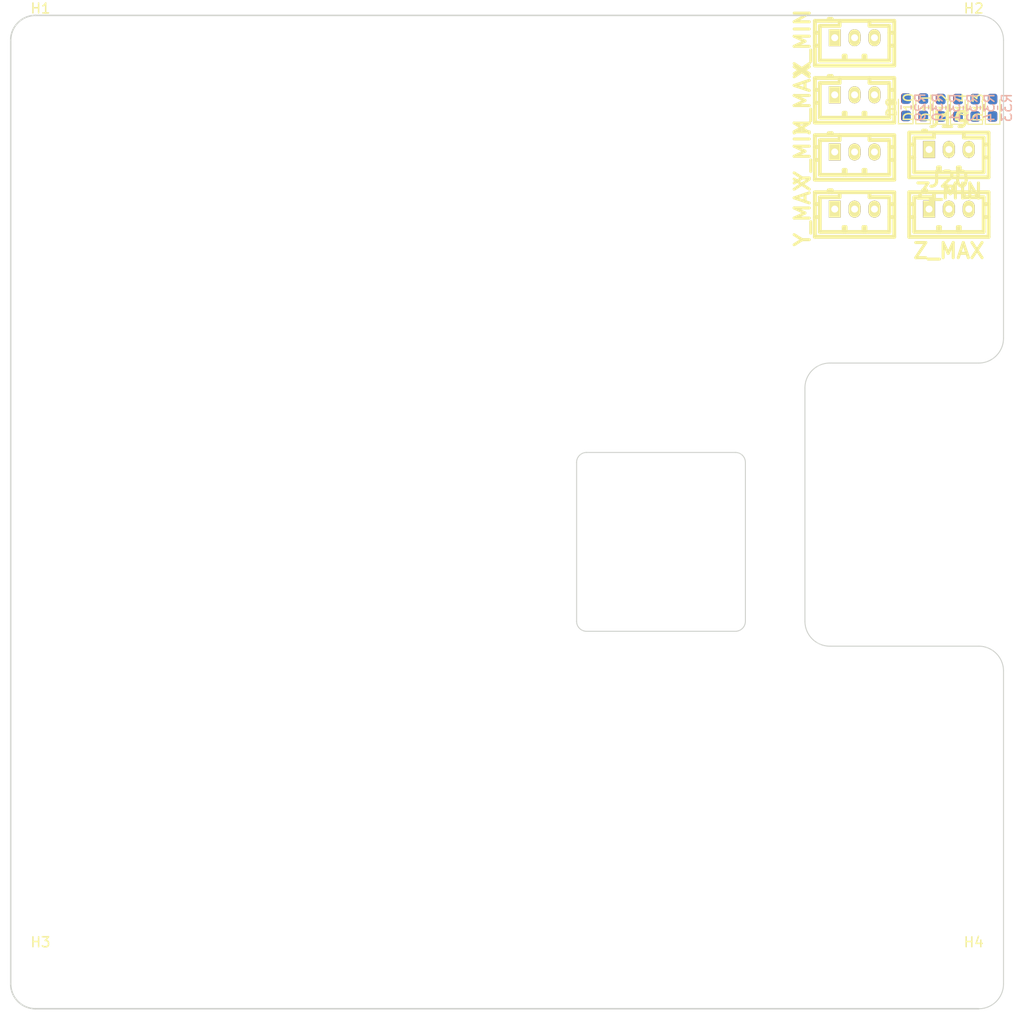
<source format=kicad_pcb>
(kicad_pcb (version 20171130) (host pcbnew 5.0.2-bee76a0~70~ubuntu18.04.1)

  (general
    (thickness 1.6)
    (drawings 24)
    (tracks 0)
    (zones 0)
    (modules 22)
    (nets 15)
  )

  (page A4)
  (layers
    (0 F.Cu signal)
    (31 B.Cu signal)
    (32 B.Adhes user)
    (33 F.Adhes user)
    (34 B.Paste user)
    (35 F.Paste user)
    (36 B.SilkS user)
    (37 F.SilkS user)
    (38 B.Mask user)
    (39 F.Mask user)
    (40 Dwgs.User user)
    (41 Cmts.User user)
    (42 Eco1.User user)
    (43 Eco2.User user)
    (44 Edge.Cuts user)
    (45 Margin user)
    (46 B.CrtYd user)
    (47 F.CrtYd user)
    (48 B.Fab user)
    (49 F.Fab user)
  )

  (setup
    (last_trace_width 0.25)
    (trace_clearance 0.2)
    (zone_clearance 0.508)
    (zone_45_only no)
    (trace_min 0.2)
    (segment_width 0.2)
    (edge_width 0.1)
    (via_size 0.8)
    (via_drill 0.4)
    (via_min_size 0.4)
    (via_min_drill 0.3)
    (uvia_size 0.3)
    (uvia_drill 0.1)
    (uvias_allowed no)
    (uvia_min_size 0.2)
    (uvia_min_drill 0.1)
    (pcb_text_width 0.3)
    (pcb_text_size 1.5 1.5)
    (mod_edge_width 0.15)
    (mod_text_size 1 1)
    (mod_text_width 0.15)
    (pad_size 1.5 1.5)
    (pad_drill 0.6)
    (pad_to_mask_clearance 0)
    (solder_mask_min_width 0.25)
    (aux_axis_origin 0 0)
    (visible_elements FFFFFF7F)
    (pcbplotparams
      (layerselection 0x010fc_ffffffff)
      (usegerberextensions false)
      (usegerberattributes false)
      (usegerberadvancedattributes false)
      (creategerberjobfile false)
      (excludeedgelayer true)
      (linewidth 0.100000)
      (plotframeref false)
      (viasonmask false)
      (mode 1)
      (useauxorigin false)
      (hpglpennumber 1)
      (hpglpenspeed 20)
      (hpglpendiameter 15.000000)
      (psnegative false)
      (psa4output false)
      (plotreference true)
      (plotvalue true)
      (plotinvisibletext false)
      (padsonsilk false)
      (subtractmaskfromsilk false)
      (outputformat 1)
      (mirror false)
      (drillshape 1)
      (scaleselection 1)
      (outputdirectory ""))
  )

  (net 0 "")
  (net 1 GND)
  (net 2 "Net-(D14-Pad2)")
  (net 3 "Net-(D13-Pad2)")
  (net 4 "Net-(D9-Pad2)")
  (net 5 "Net-(D12-Pad2)")
  (net 6 "Net-(D11-Pad2)")
  (net 7 "Net-(D10-Pad2)")
  (net 8 /X_MAX)
  (net 9 +3V3_STM32)
  (net 10 /Y_MIN)
  (net 11 /Y_MAX)
  (net 12 /Z_MIN)
  (net 13 /Z_MAX)
  (net 14 /X_MIN)

  (net_class Default "This is the default net class."
    (clearance 0.2)
    (trace_width 0.25)
    (via_dia 0.8)
    (via_drill 0.4)
    (uvia_dia 0.3)
    (uvia_drill 0.1)
    (add_net +3V3_STM32)
    (add_net /X_MAX)
    (add_net /X_MIN)
    (add_net /Y_MAX)
    (add_net /Y_MIN)
    (add_net /Z_MAX)
    (add_net /Z_MIN)
    (add_net GND)
    (add_net "Net-(D10-Pad2)")
    (add_net "Net-(D11-Pad2)")
    (add_net "Net-(D12-Pad2)")
    (add_net "Net-(D13-Pad2)")
    (add_net "Net-(D14-Pad2)")
    (add_net "Net-(D9-Pad2)")
  )

  (module MountingHole:MountingHole_2.7mm_M2.5 locked (layer F.Cu) (tedit 5CC9656A) (tstamp 5CC97AE5)
    (at 3 97)
    (descr "Mounting Hole 2.7mm, no annular, M2.5")
    (tags "mounting hole 2.7mm no annular m2.5")
    (path /5CC19E46)
    (attr virtual)
    (fp_text reference H3 (at 0 -3.7) (layer F.SilkS)
      (effects (font (size 1 1) (thickness 0.15)))
    )
    (fp_text value MOUNT_M3 (at 0 3.7) (layer F.Fab)
      (effects (font (size 1 1) (thickness 0.15)))
    )
    (fp_text user %R (at 0.3 0) (layer F.Fab)
      (effects (font (size 1 1) (thickness 0.15)))
    )
    (fp_circle (center 0 0) (end 2.7 0) (layer Cmts.User) (width 0.15))
    (fp_circle (center 0 0) (end 2.95 0) (layer F.CrtYd) (width 0.05))
    (pad 1 np_thru_hole circle (at 0 0) (size 2.7 2.7) (drill 2.7) (layers *.Cu *.Mask))
  )

  (module MountingHole:MountingHole_2.7mm_M2.5 locked (layer F.Cu) (tedit 5CC96570) (tstamp 5CCDA043)
    (at 97 97)
    (descr "Mounting Hole 2.7mm, no annular, M2.5")
    (tags "mounting hole 2.7mm no annular m2.5")
    (path /5CC19EB8)
    (attr virtual)
    (fp_text reference H4 (at 0 -3.7) (layer F.SilkS)
      (effects (font (size 1 1) (thickness 0.15)))
    )
    (fp_text value MOUNT_M3 (at 0 3.7) (layer F.Fab)
      (effects (font (size 1 1) (thickness 0.15)))
    )
    (fp_text user %R (at 0.3 0) (layer F.Fab)
      (effects (font (size 1 1) (thickness 0.15)))
    )
    (fp_circle (center 0 0) (end 2.7 0) (layer Cmts.User) (width 0.15))
    (fp_circle (center 0 0) (end 2.95 0) (layer F.CrtYd) (width 0.05))
    (pad 1 np_thru_hole circle (at 0 0) (size 2.7 2.7) (drill 2.7) (layers *.Cu *.Mask))
  )

  (module MountingHole:MountingHole_2.7mm_M2.5 locked (layer F.Cu) (tedit 5CC9655B) (tstamp 5CCDA043)
    (at 3 3)
    (descr "Mounting Hole 2.7mm, no annular, M2.5")
    (tags "mounting hole 2.7mm no annular m2.5")
    (path /5CC19F6E)
    (attr virtual)
    (fp_text reference H1 (at 0 -3.7) (layer F.SilkS)
      (effects (font (size 1 1) (thickness 0.15)))
    )
    (fp_text value MOUNT_M3 (at 0 3.7) (layer F.Fab)
      (effects (font (size 1 1) (thickness 0.15)))
    )
    (fp_text user %R (at 0.3 0) (layer F.Fab)
      (effects (font (size 1 1) (thickness 0.15)))
    )
    (fp_circle (center 0 0) (end 2.7 0) (layer Cmts.User) (width 0.15))
    (fp_circle (center 0 0) (end 2.95 0) (layer F.CrtYd) (width 0.05))
    (pad 1 np_thru_hole circle (at 0 0) (size 2.7 2.7) (drill 2.7) (layers *.Cu *.Mask))
  )

  (module MountingHole:MountingHole_2.7mm_M2.5 locked (layer F.Cu) (tedit 5CC96563) (tstamp 5CCD93C2)
    (at 97 3)
    (descr "Mounting Hole 2.7mm, no annular, M2.5")
    (tags "mounting hole 2.7mm no annular m2.5")
    (path /5CC19F4A)
    (attr virtual)
    (fp_text reference H2 (at 0 -3.7) (layer F.SilkS)
      (effects (font (size 1 1) (thickness 0.15)))
    )
    (fp_text value MOUNT_M3 (at 0 3.7) (layer F.Fab)
      (effects (font (size 1 1) (thickness 0.15)))
    )
    (fp_circle (center 0 0) (end 2.95 0) (layer F.CrtYd) (width 0.05))
    (fp_circle (center 0 0) (end 2.7 0) (layer Cmts.User) (width 0.15))
    (fp_text user %R (at 0.3 0) (layer F.Fab)
      (effects (font (size 1 1) (thickness 0.15)))
    )
    (pad 1 np_thru_hole circle (at 0 0) (size 2.7 2.7) (drill 2.7) (layers *.Cu *.Mask))
  )

  (module LED_SMD:LED_0603_1608Metric_Pad1.05x0.95mm_HandSolder (layer F.Cu) (tedit 5B4B45C9) (tstamp 5CFAEDCE)
    (at 90.15 9.25 90)
    (descr "LED SMD 0603 (1608 Metric), square (rectangular) end terminal, IPC_7351 nominal, (Body size source: http://www.tortai-tech.com/upload/download/2011102023233369053.pdf), generated with kicad-footprint-generator")
    (tags "LED handsolder")
    (path /5CC31941)
    (attr smd)
    (fp_text reference D9 (at 0 -1.43 90) (layer F.SilkS)
      (effects (font (size 1 1) (thickness 0.15)))
    )
    (fp_text value LED_BLUE,0603 (at 0 1.43 90) (layer F.Fab)
      (effects (font (size 1 1) (thickness 0.15)))
    )
    (fp_text user %R (at 0 0 90) (layer F.Fab)
      (effects (font (size 0.4 0.4) (thickness 0.06)))
    )
    (fp_line (start 1.65 0.73) (end -1.65 0.73) (layer F.CrtYd) (width 0.05))
    (fp_line (start 1.65 -0.73) (end 1.65 0.73) (layer F.CrtYd) (width 0.05))
    (fp_line (start -1.65 -0.73) (end 1.65 -0.73) (layer F.CrtYd) (width 0.05))
    (fp_line (start -1.65 0.73) (end -1.65 -0.73) (layer F.CrtYd) (width 0.05))
    (fp_line (start -1.66 0.735) (end 0.8 0.735) (layer F.SilkS) (width 0.12))
    (fp_line (start -1.66 -0.735) (end -1.66 0.735) (layer F.SilkS) (width 0.12))
    (fp_line (start 0.8 -0.735) (end -1.66 -0.735) (layer F.SilkS) (width 0.12))
    (fp_line (start 0.8 0.4) (end 0.8 -0.4) (layer F.Fab) (width 0.1))
    (fp_line (start -0.8 0.4) (end 0.8 0.4) (layer F.Fab) (width 0.1))
    (fp_line (start -0.8 -0.1) (end -0.8 0.4) (layer F.Fab) (width 0.1))
    (fp_line (start -0.5 -0.4) (end -0.8 -0.1) (layer F.Fab) (width 0.1))
    (fp_line (start 0.8 -0.4) (end -0.5 -0.4) (layer F.Fab) (width 0.1))
    (pad 2 smd roundrect (at 0.875 0 90) (size 1.05 0.95) (layers F.Cu F.Paste F.Mask) (roundrect_rratio 0.25)
      (net 4 "Net-(D9-Pad2)"))
    (pad 1 smd roundrect (at -0.875 0 90) (size 1.05 0.95) (layers F.Cu F.Paste F.Mask) (roundrect_rratio 0.25)
      (net 14 /X_MIN))
    (model ${KISYS3DMOD}/LED_SMD.3dshapes/LED_0603_1608Metric.wrl
      (at (xyz 0 0 0))
      (scale (xyz 1 1 1))
      (rotate (xyz 0 0 0))
    )
  )

  (module LED_SMD:LED_0603_1608Metric_Pad1.05x0.95mm_HandSolder (layer F.Cu) (tedit 5B4B45C9) (tstamp 5CC9A71A)
    (at 91.9 9.25 90)
    (descr "LED SMD 0603 (1608 Metric), square (rectangular) end terminal, IPC_7351 nominal, (Body size source: http://www.tortai-tech.com/upload/download/2011102023233369053.pdf), generated with kicad-footprint-generator")
    (tags "LED handsolder")
    (path /5CC3306C)
    (attr smd)
    (fp_text reference D10 (at 0 -1.43 90) (layer F.SilkS)
      (effects (font (size 1 1) (thickness 0.15)))
    )
    (fp_text value LED_BLUE,0603 (at 0 1.43 90) (layer F.Fab)
      (effects (font (size 1 1) (thickness 0.15)))
    )
    (fp_line (start 0.8 -0.4) (end -0.5 -0.4) (layer F.Fab) (width 0.1))
    (fp_line (start -0.5 -0.4) (end -0.8 -0.1) (layer F.Fab) (width 0.1))
    (fp_line (start -0.8 -0.1) (end -0.8 0.4) (layer F.Fab) (width 0.1))
    (fp_line (start -0.8 0.4) (end 0.8 0.4) (layer F.Fab) (width 0.1))
    (fp_line (start 0.8 0.4) (end 0.8 -0.4) (layer F.Fab) (width 0.1))
    (fp_line (start 0.8 -0.735) (end -1.66 -0.735) (layer F.SilkS) (width 0.12))
    (fp_line (start -1.66 -0.735) (end -1.66 0.735) (layer F.SilkS) (width 0.12))
    (fp_line (start -1.66 0.735) (end 0.8 0.735) (layer F.SilkS) (width 0.12))
    (fp_line (start -1.65 0.73) (end -1.65 -0.73) (layer F.CrtYd) (width 0.05))
    (fp_line (start -1.65 -0.73) (end 1.65 -0.73) (layer F.CrtYd) (width 0.05))
    (fp_line (start 1.65 -0.73) (end 1.65 0.73) (layer F.CrtYd) (width 0.05))
    (fp_line (start 1.65 0.73) (end -1.65 0.73) (layer F.CrtYd) (width 0.05))
    (fp_text user %R (at 0 0 90) (layer F.Fab)
      (effects (font (size 0.4 0.4) (thickness 0.06)))
    )
    (pad 1 smd roundrect (at -0.875 0 90) (size 1.05 0.95) (layers F.Cu F.Paste F.Mask) (roundrect_rratio 0.25)
      (net 8 /X_MAX))
    (pad 2 smd roundrect (at 0.875 0 90) (size 1.05 0.95) (layers F.Cu F.Paste F.Mask) (roundrect_rratio 0.25)
      (net 7 "Net-(D10-Pad2)"))
    (model ${KISYS3DMOD}/LED_SMD.3dshapes/LED_0603_1608Metric.wrl
      (at (xyz 0 0 0))
      (scale (xyz 1 1 1))
      (rotate (xyz 0 0 0))
    )
  )

  (module LED_SMD:LED_0603_1608Metric_Pad1.05x0.95mm_HandSolder (layer F.Cu) (tedit 5B4B45C9) (tstamp 5CFAED98)
    (at 93.65 9.3 90)
    (descr "LED SMD 0603 (1608 Metric), square (rectangular) end terminal, IPC_7351 nominal, (Body size source: http://www.tortai-tech.com/upload/download/2011102023233369053.pdf), generated with kicad-footprint-generator")
    (tags "LED handsolder")
    (path /5CC34354)
    (attr smd)
    (fp_text reference D11 (at 0 -1.43 90) (layer F.SilkS)
      (effects (font (size 1 1) (thickness 0.15)))
    )
    (fp_text value LED_BLUE,0603 (at 0 1.43 90) (layer F.Fab)
      (effects (font (size 1 1) (thickness 0.15)))
    )
    (fp_text user %R (at 0 0 90) (layer F.Fab)
      (effects (font (size 0.4 0.4) (thickness 0.06)))
    )
    (fp_line (start 1.65 0.73) (end -1.65 0.73) (layer F.CrtYd) (width 0.05))
    (fp_line (start 1.65 -0.73) (end 1.65 0.73) (layer F.CrtYd) (width 0.05))
    (fp_line (start -1.65 -0.73) (end 1.65 -0.73) (layer F.CrtYd) (width 0.05))
    (fp_line (start -1.65 0.73) (end -1.65 -0.73) (layer F.CrtYd) (width 0.05))
    (fp_line (start -1.66 0.735) (end 0.8 0.735) (layer F.SilkS) (width 0.12))
    (fp_line (start -1.66 -0.735) (end -1.66 0.735) (layer F.SilkS) (width 0.12))
    (fp_line (start 0.8 -0.735) (end -1.66 -0.735) (layer F.SilkS) (width 0.12))
    (fp_line (start 0.8 0.4) (end 0.8 -0.4) (layer F.Fab) (width 0.1))
    (fp_line (start -0.8 0.4) (end 0.8 0.4) (layer F.Fab) (width 0.1))
    (fp_line (start -0.8 -0.1) (end -0.8 0.4) (layer F.Fab) (width 0.1))
    (fp_line (start -0.5 -0.4) (end -0.8 -0.1) (layer F.Fab) (width 0.1))
    (fp_line (start 0.8 -0.4) (end -0.5 -0.4) (layer F.Fab) (width 0.1))
    (pad 2 smd roundrect (at 0.875 0 90) (size 1.05 0.95) (layers F.Cu F.Paste F.Mask) (roundrect_rratio 0.25)
      (net 6 "Net-(D11-Pad2)"))
    (pad 1 smd roundrect (at -0.875 0 90) (size 1.05 0.95) (layers F.Cu F.Paste F.Mask) (roundrect_rratio 0.25)
      (net 10 /Y_MIN))
    (model ${KISYS3DMOD}/LED_SMD.3dshapes/LED_0603_1608Metric.wrl
      (at (xyz 0 0 0))
      (scale (xyz 1 1 1))
      (rotate (xyz 0 0 0))
    )
  )

  (module LED_SMD:LED_0603_1608Metric_Pad1.05x0.95mm_HandSolder (layer F.Cu) (tedit 5B4B45C9) (tstamp 5CC9A6F4)
    (at 95.4 9.3 90)
    (descr "LED SMD 0603 (1608 Metric), square (rectangular) end terminal, IPC_7351 nominal, (Body size source: http://www.tortai-tech.com/upload/download/2011102023233369053.pdf), generated with kicad-footprint-generator")
    (tags "LED handsolder")
    (path /5CC34FB2)
    (attr smd)
    (fp_text reference D12 (at 0 -1.43 90) (layer F.SilkS)
      (effects (font (size 1 1) (thickness 0.15)))
    )
    (fp_text value LED_BLUE,0603 (at 0 1.43 90) (layer F.Fab)
      (effects (font (size 1 1) (thickness 0.15)))
    )
    (fp_line (start 0.8 -0.4) (end -0.5 -0.4) (layer F.Fab) (width 0.1))
    (fp_line (start -0.5 -0.4) (end -0.8 -0.1) (layer F.Fab) (width 0.1))
    (fp_line (start -0.8 -0.1) (end -0.8 0.4) (layer F.Fab) (width 0.1))
    (fp_line (start -0.8 0.4) (end 0.8 0.4) (layer F.Fab) (width 0.1))
    (fp_line (start 0.8 0.4) (end 0.8 -0.4) (layer F.Fab) (width 0.1))
    (fp_line (start 0.8 -0.735) (end -1.66 -0.735) (layer F.SilkS) (width 0.12))
    (fp_line (start -1.66 -0.735) (end -1.66 0.735) (layer F.SilkS) (width 0.12))
    (fp_line (start -1.66 0.735) (end 0.8 0.735) (layer F.SilkS) (width 0.12))
    (fp_line (start -1.65 0.73) (end -1.65 -0.73) (layer F.CrtYd) (width 0.05))
    (fp_line (start -1.65 -0.73) (end 1.65 -0.73) (layer F.CrtYd) (width 0.05))
    (fp_line (start 1.65 -0.73) (end 1.65 0.73) (layer F.CrtYd) (width 0.05))
    (fp_line (start 1.65 0.73) (end -1.65 0.73) (layer F.CrtYd) (width 0.05))
    (fp_text user %R (at 0 0 90) (layer F.Fab)
      (effects (font (size 0.4 0.4) (thickness 0.06)))
    )
    (pad 1 smd roundrect (at -0.875 0 90) (size 1.05 0.95) (layers F.Cu F.Paste F.Mask) (roundrect_rratio 0.25)
      (net 11 /Y_MAX))
    (pad 2 smd roundrect (at 0.875 0 90) (size 1.05 0.95) (layers F.Cu F.Paste F.Mask) (roundrect_rratio 0.25)
      (net 5 "Net-(D12-Pad2)"))
    (model ${KISYS3DMOD}/LED_SMD.3dshapes/LED_0603_1608Metric.wrl
      (at (xyz 0 0 0))
      (scale (xyz 1 1 1))
      (rotate (xyz 0 0 0))
    )
  )

  (module LED_SMD:LED_0603_1608Metric_Pad1.05x0.95mm_HandSolder (layer F.Cu) (tedit 5B4B45C9) (tstamp 5CDB3339)
    (at 98.9 9.3 90)
    (descr "LED SMD 0603 (1608 Metric), square (rectangular) end terminal, IPC_7351 nominal, (Body size source: http://www.tortai-tech.com/upload/download/2011102023233369053.pdf), generated with kicad-footprint-generator")
    (tags "LED handsolder")
    (path /5CC35E96)
    (attr smd)
    (fp_text reference D13 (at 0 -1.43 90) (layer F.SilkS)
      (effects (font (size 1 1) (thickness 0.15)))
    )
    (fp_text value LED_BLUE,0603 (at 0 1.43 90) (layer F.Fab)
      (effects (font (size 1 1) (thickness 0.15)))
    )
    (fp_text user %R (at 0 0 90) (layer F.Fab)
      (effects (font (size 0.4 0.4) (thickness 0.06)))
    )
    (fp_line (start 1.65 0.73) (end -1.65 0.73) (layer F.CrtYd) (width 0.05))
    (fp_line (start 1.65 -0.73) (end 1.65 0.73) (layer F.CrtYd) (width 0.05))
    (fp_line (start -1.65 -0.73) (end 1.65 -0.73) (layer F.CrtYd) (width 0.05))
    (fp_line (start -1.65 0.73) (end -1.65 -0.73) (layer F.CrtYd) (width 0.05))
    (fp_line (start -1.66 0.735) (end 0.8 0.735) (layer F.SilkS) (width 0.12))
    (fp_line (start -1.66 -0.735) (end -1.66 0.735) (layer F.SilkS) (width 0.12))
    (fp_line (start 0.8 -0.735) (end -1.66 -0.735) (layer F.SilkS) (width 0.12))
    (fp_line (start 0.8 0.4) (end 0.8 -0.4) (layer F.Fab) (width 0.1))
    (fp_line (start -0.8 0.4) (end 0.8 0.4) (layer F.Fab) (width 0.1))
    (fp_line (start -0.8 -0.1) (end -0.8 0.4) (layer F.Fab) (width 0.1))
    (fp_line (start -0.5 -0.4) (end -0.8 -0.1) (layer F.Fab) (width 0.1))
    (fp_line (start 0.8 -0.4) (end -0.5 -0.4) (layer F.Fab) (width 0.1))
    (pad 2 smd roundrect (at 0.875 0 90) (size 1.05 0.95) (layers F.Cu F.Paste F.Mask) (roundrect_rratio 0.25)
      (net 3 "Net-(D13-Pad2)"))
    (pad 1 smd roundrect (at -0.875 0 90) (size 1.05 0.95) (layers F.Cu F.Paste F.Mask) (roundrect_rratio 0.25)
      (net 12 /Z_MIN))
    (model ${KISYS3DMOD}/LED_SMD.3dshapes/LED_0603_1608Metric.wrl
      (at (xyz 0 0 0))
      (scale (xyz 1 1 1))
      (rotate (xyz 0 0 0))
    )
  )

  (module LED_SMD:LED_0603_1608Metric_Pad1.05x0.95mm_HandSolder (layer F.Cu) (tedit 5B4B45C9) (tstamp 5CDB3303)
    (at 97.15 9.3 90)
    (descr "LED SMD 0603 (1608 Metric), square (rectangular) end terminal, IPC_7351 nominal, (Body size source: http://www.tortai-tech.com/upload/download/2011102023233369053.pdf), generated with kicad-footprint-generator")
    (tags "LED handsolder")
    (path /5CC36FEE)
    (attr smd)
    (fp_text reference D14 (at 0 -1.43 90) (layer F.SilkS)
      (effects (font (size 1 1) (thickness 0.15)))
    )
    (fp_text value LED_BLUE,0603 (at 0 1.43 90) (layer F.Fab)
      (effects (font (size 1 1) (thickness 0.15)))
    )
    (fp_line (start 0.8 -0.4) (end -0.5 -0.4) (layer F.Fab) (width 0.1))
    (fp_line (start -0.5 -0.4) (end -0.8 -0.1) (layer F.Fab) (width 0.1))
    (fp_line (start -0.8 -0.1) (end -0.8 0.4) (layer F.Fab) (width 0.1))
    (fp_line (start -0.8 0.4) (end 0.8 0.4) (layer F.Fab) (width 0.1))
    (fp_line (start 0.8 0.4) (end 0.8 -0.4) (layer F.Fab) (width 0.1))
    (fp_line (start 0.8 -0.735) (end -1.66 -0.735) (layer F.SilkS) (width 0.12))
    (fp_line (start -1.66 -0.735) (end -1.66 0.735) (layer F.SilkS) (width 0.12))
    (fp_line (start -1.66 0.735) (end 0.8 0.735) (layer F.SilkS) (width 0.12))
    (fp_line (start -1.65 0.73) (end -1.65 -0.73) (layer F.CrtYd) (width 0.05))
    (fp_line (start -1.65 -0.73) (end 1.65 -0.73) (layer F.CrtYd) (width 0.05))
    (fp_line (start 1.65 -0.73) (end 1.65 0.73) (layer F.CrtYd) (width 0.05))
    (fp_line (start 1.65 0.73) (end -1.65 0.73) (layer F.CrtYd) (width 0.05))
    (fp_text user %R (at 0 0 90) (layer F.Fab)
      (effects (font (size 0.4 0.4) (thickness 0.06)))
    )
    (pad 1 smd roundrect (at -0.875 0 90) (size 1.05 0.95) (layers F.Cu F.Paste F.Mask) (roundrect_rratio 0.25)
      (net 13 /Z_MAX))
    (pad 2 smd roundrect (at 0.875 0 90) (size 1.05 0.95) (layers F.Cu F.Paste F.Mask) (roundrect_rratio 0.25)
      (net 2 "Net-(D14-Pad2)"))
    (model ${KISYS3DMOD}/LED_SMD.3dshapes/LED_0603_1608Metric.wrl
      (at (xyz 0 0 0))
      (scale (xyz 1 1 1))
      (rotate (xyz 0 0 0))
    )
  )

  (module Resistor_SMD:R_0603_1608Metric_Pad1.05x0.95mm_HandSolder (layer B.Cu) (tedit 5B301BBD) (tstamp 5CDB32D1)
    (at 97.15 9.3 90)
    (descr "Resistor SMD 0603 (1608 Metric), square (rectangular) end terminal, IPC_7351 nominal with elongated pad for handsoldering. (Body size source: http://www.tortai-tech.com/upload/download/2011102023233369053.pdf), generated with kicad-footprint-generator")
    (tags "resistor handsolder")
    (path /5CC36FE8)
    (attr smd)
    (fp_text reference R34 (at 0 1.43 90) (layer B.SilkS)
      (effects (font (size 1 1) (thickness 0.15)) (justify mirror))
    )
    (fp_text value R102,0603 (at -1.375 -1.75 90) (layer B.Fab)
      (effects (font (size 1 1) (thickness 0.15)) (justify mirror))
    )
    (fp_text user %R (at 0 0 90) (layer B.Fab)
      (effects (font (size 0.4 0.4) (thickness 0.06)) (justify mirror))
    )
    (fp_line (start 1.65 -0.73) (end -1.65 -0.73) (layer B.CrtYd) (width 0.05))
    (fp_line (start 1.65 0.73) (end 1.65 -0.73) (layer B.CrtYd) (width 0.05))
    (fp_line (start -1.65 0.73) (end 1.65 0.73) (layer B.CrtYd) (width 0.05))
    (fp_line (start -1.65 -0.73) (end -1.65 0.73) (layer B.CrtYd) (width 0.05))
    (fp_line (start -0.171267 -0.51) (end 0.171267 -0.51) (layer B.SilkS) (width 0.12))
    (fp_line (start -0.171267 0.51) (end 0.171267 0.51) (layer B.SilkS) (width 0.12))
    (fp_line (start 0.8 -0.4) (end -0.8 -0.4) (layer B.Fab) (width 0.1))
    (fp_line (start 0.8 0.4) (end 0.8 -0.4) (layer B.Fab) (width 0.1))
    (fp_line (start -0.8 0.4) (end 0.8 0.4) (layer B.Fab) (width 0.1))
    (fp_line (start -0.8 -0.4) (end -0.8 0.4) (layer B.Fab) (width 0.1))
    (pad 2 smd roundrect (at 0.875 0 90) (size 1.05 0.95) (layers B.Cu B.Paste B.Mask) (roundrect_rratio 0.25)
      (net 2 "Net-(D14-Pad2)"))
    (pad 1 smd roundrect (at -0.875 0 90) (size 1.05 0.95) (layers B.Cu B.Paste B.Mask) (roundrect_rratio 0.25)
      (net 9 +3V3_STM32))
    (model ${KISYS3DMOD}/Resistor_SMD.3dshapes/R_0603_1608Metric.wrl
      (at (xyz 0 0 0))
      (scale (xyz 1 1 1))
      (rotate (xyz 0 0 0))
    )
  )

  (module Resistor_SMD:R_0603_1608Metric_Pad1.05x0.95mm_HandSolder (layer B.Cu) (tedit 5B301BBD) (tstamp 5CDB32A1)
    (at 98.9 9.3 90)
    (descr "Resistor SMD 0603 (1608 Metric), square (rectangular) end terminal, IPC_7351 nominal with elongated pad for handsoldering. (Body size source: http://www.tortai-tech.com/upload/download/2011102023233369053.pdf), generated with kicad-footprint-generator")
    (tags "resistor handsolder")
    (path /5CC35E90)
    (attr smd)
    (fp_text reference R33 (at 0 1.43 90) (layer B.SilkS)
      (effects (font (size 1 1) (thickness 0.15)) (justify mirror))
    )
    (fp_text value R102,0603 (at 0 -1.43 90) (layer B.Fab)
      (effects (font (size 1 1) (thickness 0.15)) (justify mirror))
    )
    (fp_line (start -0.8 -0.4) (end -0.8 0.4) (layer B.Fab) (width 0.1))
    (fp_line (start -0.8 0.4) (end 0.8 0.4) (layer B.Fab) (width 0.1))
    (fp_line (start 0.8 0.4) (end 0.8 -0.4) (layer B.Fab) (width 0.1))
    (fp_line (start 0.8 -0.4) (end -0.8 -0.4) (layer B.Fab) (width 0.1))
    (fp_line (start -0.171267 0.51) (end 0.171267 0.51) (layer B.SilkS) (width 0.12))
    (fp_line (start -0.171267 -0.51) (end 0.171267 -0.51) (layer B.SilkS) (width 0.12))
    (fp_line (start -1.65 -0.73) (end -1.65 0.73) (layer B.CrtYd) (width 0.05))
    (fp_line (start -1.65 0.73) (end 1.65 0.73) (layer B.CrtYd) (width 0.05))
    (fp_line (start 1.65 0.73) (end 1.65 -0.73) (layer B.CrtYd) (width 0.05))
    (fp_line (start 1.65 -0.73) (end -1.65 -0.73) (layer B.CrtYd) (width 0.05))
    (fp_text user %R (at 0 0 90) (layer B.Fab)
      (effects (font (size 0.4 0.4) (thickness 0.06)) (justify mirror))
    )
    (pad 1 smd roundrect (at -0.875 0 90) (size 1.05 0.95) (layers B.Cu B.Paste B.Mask) (roundrect_rratio 0.25)
      (net 9 +3V3_STM32))
    (pad 2 smd roundrect (at 0.875 0 90) (size 1.05 0.95) (layers B.Cu B.Paste B.Mask) (roundrect_rratio 0.25)
      (net 3 "Net-(D13-Pad2)"))
    (model ${KISYS3DMOD}/Resistor_SMD.3dshapes/R_0603_1608Metric.wrl
      (at (xyz 0 0 0))
      (scale (xyz 1 1 1))
      (rotate (xyz 0 0 0))
    )
  )

  (module Resistor_SMD:R_0603_1608Metric_Pad1.05x0.95mm_HandSolder (layer B.Cu) (tedit 5B301BBD) (tstamp 5CC9A699)
    (at 95.44 9.3 90)
    (descr "Resistor SMD 0603 (1608 Metric), square (rectangular) end terminal, IPC_7351 nominal with elongated pad for handsoldering. (Body size source: http://www.tortai-tech.com/upload/download/2011102023233369053.pdf), generated with kicad-footprint-generator")
    (tags "resistor handsolder")
    (path /5CC34FAC)
    (attr smd)
    (fp_text reference R32 (at 0 1.43 90) (layer B.SilkS)
      (effects (font (size 1 1) (thickness 0.15)) (justify mirror))
    )
    (fp_text value R102,0603 (at 0 -1.43 90) (layer B.Fab)
      (effects (font (size 1 1) (thickness 0.15)) (justify mirror))
    )
    (fp_text user %R (at 0 0 90) (layer B.Fab)
      (effects (font (size 0.4 0.4) (thickness 0.06)) (justify mirror))
    )
    (fp_line (start 1.65 -0.73) (end -1.65 -0.73) (layer B.CrtYd) (width 0.05))
    (fp_line (start 1.65 0.73) (end 1.65 -0.73) (layer B.CrtYd) (width 0.05))
    (fp_line (start -1.65 0.73) (end 1.65 0.73) (layer B.CrtYd) (width 0.05))
    (fp_line (start -1.65 -0.73) (end -1.65 0.73) (layer B.CrtYd) (width 0.05))
    (fp_line (start -0.171267 -0.51) (end 0.171267 -0.51) (layer B.SilkS) (width 0.12))
    (fp_line (start -0.171267 0.51) (end 0.171267 0.51) (layer B.SilkS) (width 0.12))
    (fp_line (start 0.8 -0.4) (end -0.8 -0.4) (layer B.Fab) (width 0.1))
    (fp_line (start 0.8 0.4) (end 0.8 -0.4) (layer B.Fab) (width 0.1))
    (fp_line (start -0.8 0.4) (end 0.8 0.4) (layer B.Fab) (width 0.1))
    (fp_line (start -0.8 -0.4) (end -0.8 0.4) (layer B.Fab) (width 0.1))
    (pad 2 smd roundrect (at 0.875 0 90) (size 1.05 0.95) (layers B.Cu B.Paste B.Mask) (roundrect_rratio 0.25)
      (net 5 "Net-(D12-Pad2)"))
    (pad 1 smd roundrect (at -0.875 0 90) (size 1.05 0.95) (layers B.Cu B.Paste B.Mask) (roundrect_rratio 0.25)
      (net 9 +3V3_STM32))
    (model ${KISYS3DMOD}/Resistor_SMD.3dshapes/R_0603_1608Metric.wrl
      (at (xyz 0 0 0))
      (scale (xyz 1 1 1))
      (rotate (xyz 0 0 0))
    )
  )

  (module Resistor_SMD:R_0603_1608Metric_Pad1.05x0.95mm_HandSolder (layer B.Cu) (tedit 5B301BBD) (tstamp 5CC9A688)
    (at 91.94 9.25 90)
    (descr "Resistor SMD 0603 (1608 Metric), square (rectangular) end terminal, IPC_7351 nominal with elongated pad for handsoldering. (Body size source: http://www.tortai-tech.com/upload/download/2011102023233369053.pdf), generated with kicad-footprint-generator")
    (tags "resistor handsolder")
    (path /5CC33066)
    (attr smd)
    (fp_text reference R30 (at 0 1.43 90) (layer B.SilkS)
      (effects (font (size 1 1) (thickness 0.15)) (justify mirror))
    )
    (fp_text value R102,0603 (at 0 -1.43 90) (layer B.Fab)
      (effects (font (size 1 1) (thickness 0.15)) (justify mirror))
    )
    (fp_line (start -0.8 -0.4) (end -0.8 0.4) (layer B.Fab) (width 0.1))
    (fp_line (start -0.8 0.4) (end 0.8 0.4) (layer B.Fab) (width 0.1))
    (fp_line (start 0.8 0.4) (end 0.8 -0.4) (layer B.Fab) (width 0.1))
    (fp_line (start 0.8 -0.4) (end -0.8 -0.4) (layer B.Fab) (width 0.1))
    (fp_line (start -0.171267 0.51) (end 0.171267 0.51) (layer B.SilkS) (width 0.12))
    (fp_line (start -0.171267 -0.51) (end 0.171267 -0.51) (layer B.SilkS) (width 0.12))
    (fp_line (start -1.65 -0.73) (end -1.65 0.73) (layer B.CrtYd) (width 0.05))
    (fp_line (start -1.65 0.73) (end 1.65 0.73) (layer B.CrtYd) (width 0.05))
    (fp_line (start 1.65 0.73) (end 1.65 -0.73) (layer B.CrtYd) (width 0.05))
    (fp_line (start 1.65 -0.73) (end -1.65 -0.73) (layer B.CrtYd) (width 0.05))
    (fp_text user %R (at 0 0 90) (layer B.Fab)
      (effects (font (size 0.4 0.4) (thickness 0.06)) (justify mirror))
    )
    (pad 1 smd roundrect (at -0.875 0 90) (size 1.05 0.95) (layers B.Cu B.Paste B.Mask) (roundrect_rratio 0.25)
      (net 9 +3V3_STM32))
    (pad 2 smd roundrect (at 0.875 0 90) (size 1.05 0.95) (layers B.Cu B.Paste B.Mask) (roundrect_rratio 0.25)
      (net 7 "Net-(D10-Pad2)"))
    (model ${KISYS3DMOD}/Resistor_SMD.3dshapes/R_0603_1608Metric.wrl
      (at (xyz 0 0 0))
      (scale (xyz 1 1 1))
      (rotate (xyz 0 0 0))
    )
  )

  (module Resistor_SMD:R_0603_1608Metric_Pad1.05x0.95mm_HandSolder (layer B.Cu) (tedit 5B301BBD) (tstamp 5CFAEE32)
    (at 90.19 9.25 90)
    (descr "Resistor SMD 0603 (1608 Metric), square (rectangular) end terminal, IPC_7351 nominal with elongated pad for handsoldering. (Body size source: http://www.tortai-tech.com/upload/download/2011102023233369053.pdf), generated with kicad-footprint-generator")
    (tags "resistor handsolder")
    (path /5CC31819)
    (attr smd)
    (fp_text reference R29 (at 0 1.43 90) (layer B.SilkS)
      (effects (font (size 1 1) (thickness 0.15)) (justify mirror))
    )
    (fp_text value R102,0603 (at 0 -1.43 90) (layer B.Fab)
      (effects (font (size 1 1) (thickness 0.15)) (justify mirror))
    )
    (fp_text user %R (at 0 0 90) (layer B.Fab)
      (effects (font (size 0.4 0.4) (thickness 0.06)) (justify mirror))
    )
    (fp_line (start 1.65 -0.73) (end -1.65 -0.73) (layer B.CrtYd) (width 0.05))
    (fp_line (start 1.65 0.73) (end 1.65 -0.73) (layer B.CrtYd) (width 0.05))
    (fp_line (start -1.65 0.73) (end 1.65 0.73) (layer B.CrtYd) (width 0.05))
    (fp_line (start -1.65 -0.73) (end -1.65 0.73) (layer B.CrtYd) (width 0.05))
    (fp_line (start -0.171267 -0.51) (end 0.171267 -0.51) (layer B.SilkS) (width 0.12))
    (fp_line (start -0.171267 0.51) (end 0.171267 0.51) (layer B.SilkS) (width 0.12))
    (fp_line (start 0.8 -0.4) (end -0.8 -0.4) (layer B.Fab) (width 0.1))
    (fp_line (start 0.8 0.4) (end 0.8 -0.4) (layer B.Fab) (width 0.1))
    (fp_line (start -0.8 0.4) (end 0.8 0.4) (layer B.Fab) (width 0.1))
    (fp_line (start -0.8 -0.4) (end -0.8 0.4) (layer B.Fab) (width 0.1))
    (pad 2 smd roundrect (at 0.875 0 90) (size 1.05 0.95) (layers B.Cu B.Paste B.Mask) (roundrect_rratio 0.25)
      (net 4 "Net-(D9-Pad2)"))
    (pad 1 smd roundrect (at -0.875 0 90) (size 1.05 0.95) (layers B.Cu B.Paste B.Mask) (roundrect_rratio 0.25)
      (net 9 +3V3_STM32))
    (model ${KISYS3DMOD}/Resistor_SMD.3dshapes/R_0603_1608Metric.wrl
      (at (xyz 0 0 0))
      (scale (xyz 1 1 1))
      (rotate (xyz 0 0 0))
    )
  )

  (module Resistor_SMD:R_0603_1608Metric_Pad1.05x0.95mm_HandSolder (layer B.Cu) (tedit 5B301BBD) (tstamp 5CFAEE02)
    (at 93.69 9.3 90)
    (descr "Resistor SMD 0603 (1608 Metric), square (rectangular) end terminal, IPC_7351 nominal with elongated pad for handsoldering. (Body size source: http://www.tortai-tech.com/upload/download/2011102023233369053.pdf), generated with kicad-footprint-generator")
    (tags "resistor handsolder")
    (path /5CC3434E)
    (attr smd)
    (fp_text reference R31 (at 0 1.43 90) (layer B.SilkS)
      (effects (font (size 1 1) (thickness 0.15)) (justify mirror))
    )
    (fp_text value R102,0603 (at 0 -1.43 90) (layer B.Fab)
      (effects (font (size 1 1) (thickness 0.15)) (justify mirror))
    )
    (fp_line (start -0.8 -0.4) (end -0.8 0.4) (layer B.Fab) (width 0.1))
    (fp_line (start -0.8 0.4) (end 0.8 0.4) (layer B.Fab) (width 0.1))
    (fp_line (start 0.8 0.4) (end 0.8 -0.4) (layer B.Fab) (width 0.1))
    (fp_line (start 0.8 -0.4) (end -0.8 -0.4) (layer B.Fab) (width 0.1))
    (fp_line (start -0.171267 0.51) (end 0.171267 0.51) (layer B.SilkS) (width 0.12))
    (fp_line (start -0.171267 -0.51) (end 0.171267 -0.51) (layer B.SilkS) (width 0.12))
    (fp_line (start -1.65 -0.73) (end -1.65 0.73) (layer B.CrtYd) (width 0.05))
    (fp_line (start -1.65 0.73) (end 1.65 0.73) (layer B.CrtYd) (width 0.05))
    (fp_line (start 1.65 0.73) (end 1.65 -0.73) (layer B.CrtYd) (width 0.05))
    (fp_line (start 1.65 -0.73) (end -1.65 -0.73) (layer B.CrtYd) (width 0.05))
    (fp_text user %R (at 0 0 90) (layer B.Fab)
      (effects (font (size 0.4 0.4) (thickness 0.06)) (justify mirror))
    )
    (pad 1 smd roundrect (at -0.875 0 90) (size 1.05 0.95) (layers B.Cu B.Paste B.Mask) (roundrect_rratio 0.25)
      (net 9 +3V3_STM32))
    (pad 2 smd roundrect (at 0.875 0 90) (size 1.05 0.95) (layers B.Cu B.Paste B.Mask) (roundrect_rratio 0.25)
      (net 6 "Net-(D11-Pad2)"))
    (model ${KISYS3DMOD}/Resistor_SMD.3dshapes/R_0603_1608Metric.wrl
      (at (xyz 0 0 0))
      (scale (xyz 1 1 1))
      (rotate (xyz 0 0 0))
    )
  )

  (module footprint-lib:b3b-ph-kl,end_stop (layer F.Cu) (tedit 5CCA94ED) (tstamp 5CFAF0E9)
    (at 85 2.25)
    (descr "JST PH series connector, B3B-PH-KL")
    (path /5CC5A627)
    (fp_text reference J15 (at 0 -2.99974) (layer F.SilkS) hide
      (effects (font (size 1.524 1.524) (thickness 0.3048)))
    )
    (fp_text value X_MIN (at -5.25 0.5 90) (layer F.SilkS)
      (effects (font (size 1.524 1.524) (thickness 0.3048)))
    )
    (fp_line (start -2.60096 -1.89992) (end -2.60096 -1.69926) (layer F.SilkS) (width 0.381))
    (fp_line (start -2.30124 -1.89992) (end -2.60096 -1.89992) (layer F.SilkS) (width 0.381))
    (fp_line (start -2.30124 -1.69926) (end -2.30124 -1.89992) (layer F.SilkS) (width 0.381))
    (fp_line (start 4.0005 -1.69926) (end 4.0005 2.79908) (layer F.SilkS) (width 0.381))
    (fp_line (start -4.0005 -1.69926) (end -4.0005 2.79908) (layer F.SilkS) (width 0.381))
    (fp_line (start 1.50114 -1.19888) (end 1.50114 -1.69926) (layer F.SilkS) (width 0.381))
    (fp_line (start 3.50012 -1.19888) (end 1.50114 -1.19888) (layer F.SilkS) (width 0.381))
    (fp_line (start 3.50012 2.30124) (end 3.50012 -1.19888) (layer F.SilkS) (width 0.381))
    (fp_line (start -3.50012 -1.19888) (end -3.50012 2.30124) (layer F.SilkS) (width 0.381))
    (fp_line (start -1.50114 -1.19888) (end -3.50012 -1.19888) (layer F.SilkS) (width 0.381))
    (fp_line (start -1.50114 -1.69926) (end -1.50114 -1.19888) (layer F.SilkS) (width 0.381))
    (fp_line (start -3.50012 -0.50038) (end -4.0005 -0.50038) (layer F.SilkS) (width 0.381))
    (fp_line (start -3.50012 0.8001) (end -4.0005 0.8001) (layer F.SilkS) (width 0.381))
    (fp_line (start 3.50012 0.8001) (end 4.0005 0.8001) (layer F.SilkS) (width 0.381))
    (fp_line (start 4.0005 -0.50038) (end 3.50012 -0.50038) (layer F.SilkS) (width 0.381))
    (fp_line (start 1.09728 1.80086) (end 1.09728 2.30124) (layer F.SilkS) (width 0.381))
    (fp_line (start 0.89916 1.80086) (end 1.09728 1.80086) (layer F.SilkS) (width 0.381))
    (fp_line (start 0.89916 2.30124) (end 0.89916 1.80086) (layer F.SilkS) (width 0.381))
    (fp_line (start -1.09982 2.30124) (end -1.09982 1.80086) (layer F.SilkS) (width 0.381))
    (fp_line (start -1.09982 1.80086) (end -0.9017 1.80086) (layer F.SilkS) (width 0.381))
    (fp_line (start -0.9017 1.80086) (end -0.9017 2.30124) (layer F.SilkS) (width 0.381))
    (fp_line (start -4.0005 2.79908) (end 4.0005 2.79908) (layer F.SilkS) (width 0.381))
    (fp_line (start 3.50012 2.30124) (end -3.50012 2.30124) (layer F.SilkS) (width 0.381))
    (fp_line (start -4.0005 -1.69926) (end 4.0005 -1.69926) (layer F.SilkS) (width 0.381))
    (pad 2 thru_hole oval (at 0 0) (size 1.19888 1.69926) (drill 0.70104) (layers *.Cu *.Mask F.SilkS)
      (net 9 +3V3_STM32))
    (pad 3 thru_hole oval (at 2.00152 0) (size 1.19888 1.69926) (drill 0.70104) (layers *.Cu *.Mask F.SilkS)
      (net 1 GND))
    (pad 1 thru_hole rect (at -2.00152 0) (size 1.19888 1.69926) (drill 0.70104) (layers *.Cu *.Mask F.SilkS)
      (net 14 /X_MIN))
    (model ${HOME}/_workspace/kicad/kicad_library/smisioto-footprints/modules/packages3d/walter/conn_jst-ph/b3b-ph-kl.wrl
      (at (xyz 0 0 0))
      (scale (xyz 1 1 1))
      (rotate (xyz 0 0 0))
    )
  )

  (module footprint-lib:b3b-ph-kl,end_stop (layer F.Cu) (tedit 0) (tstamp 5CC9A636)
    (at 94.5 19.5)
    (descr "JST PH series connector, B3B-PH-KL")
    (path /5CC16073)
    (fp_text reference J20 (at 0 -2.99974) (layer F.SilkS)
      (effects (font (size 1.524 1.524) (thickness 0.3048)))
    )
    (fp_text value Z_MAX (at 0 4.20116) (layer F.SilkS)
      (effects (font (size 1.524 1.524) (thickness 0.3048)))
    )
    (fp_line (start -4.0005 -1.69926) (end 4.0005 -1.69926) (layer F.SilkS) (width 0.381))
    (fp_line (start 3.50012 2.30124) (end -3.50012 2.30124) (layer F.SilkS) (width 0.381))
    (fp_line (start -4.0005 2.79908) (end 4.0005 2.79908) (layer F.SilkS) (width 0.381))
    (fp_line (start -0.9017 1.80086) (end -0.9017 2.30124) (layer F.SilkS) (width 0.381))
    (fp_line (start -1.09982 1.80086) (end -0.9017 1.80086) (layer F.SilkS) (width 0.381))
    (fp_line (start -1.09982 2.30124) (end -1.09982 1.80086) (layer F.SilkS) (width 0.381))
    (fp_line (start 0.89916 2.30124) (end 0.89916 1.80086) (layer F.SilkS) (width 0.381))
    (fp_line (start 0.89916 1.80086) (end 1.09728 1.80086) (layer F.SilkS) (width 0.381))
    (fp_line (start 1.09728 1.80086) (end 1.09728 2.30124) (layer F.SilkS) (width 0.381))
    (fp_line (start 4.0005 -0.50038) (end 3.50012 -0.50038) (layer F.SilkS) (width 0.381))
    (fp_line (start 3.50012 0.8001) (end 4.0005 0.8001) (layer F.SilkS) (width 0.381))
    (fp_line (start -3.50012 0.8001) (end -4.0005 0.8001) (layer F.SilkS) (width 0.381))
    (fp_line (start -3.50012 -0.50038) (end -4.0005 -0.50038) (layer F.SilkS) (width 0.381))
    (fp_line (start -1.50114 -1.69926) (end -1.50114 -1.19888) (layer F.SilkS) (width 0.381))
    (fp_line (start -1.50114 -1.19888) (end -3.50012 -1.19888) (layer F.SilkS) (width 0.381))
    (fp_line (start -3.50012 -1.19888) (end -3.50012 2.30124) (layer F.SilkS) (width 0.381))
    (fp_line (start 3.50012 2.30124) (end 3.50012 -1.19888) (layer F.SilkS) (width 0.381))
    (fp_line (start 3.50012 -1.19888) (end 1.50114 -1.19888) (layer F.SilkS) (width 0.381))
    (fp_line (start 1.50114 -1.19888) (end 1.50114 -1.69926) (layer F.SilkS) (width 0.381))
    (fp_line (start -4.0005 -1.69926) (end -4.0005 2.79908) (layer F.SilkS) (width 0.381))
    (fp_line (start 4.0005 -1.69926) (end 4.0005 2.79908) (layer F.SilkS) (width 0.381))
    (fp_line (start -2.30124 -1.69926) (end -2.30124 -1.89992) (layer F.SilkS) (width 0.381))
    (fp_line (start -2.30124 -1.89992) (end -2.60096 -1.89992) (layer F.SilkS) (width 0.381))
    (fp_line (start -2.60096 -1.89992) (end -2.60096 -1.69926) (layer F.SilkS) (width 0.381))
    (pad 1 thru_hole rect (at -2.00152 0) (size 1.19888 1.69926) (drill 0.70104) (layers *.Cu *.Mask F.SilkS)
      (net 13 /Z_MAX))
    (pad 3 thru_hole oval (at 2.00152 0) (size 1.19888 1.69926) (drill 0.70104) (layers *.Cu *.Mask F.SilkS)
      (net 1 GND))
    (pad 2 thru_hole oval (at 0 0) (size 1.19888 1.69926) (drill 0.70104) (layers *.Cu *.Mask F.SilkS)
      (net 9 +3V3_STM32))
    (model ${HOME}/_workspace/kicad/kicad_library/smisioto-footprints/modules/packages3d/walter/conn_jst-ph/b3b-ph-kl.wrl
      (at (xyz 0 0 0))
      (scale (xyz 1 1 1))
      (rotate (xyz 0 0 0))
    )
  )

  (module footprint-lib:b3b-ph-kl,end_stop (layer F.Cu) (tedit 0) (tstamp 5CC9A617)
    (at 94.5 13.5)
    (descr "JST PH series connector, B3B-PH-KL")
    (path /5CC1606D)
    (fp_text reference J19 (at 0 -2.99974) (layer F.SilkS)
      (effects (font (size 1.524 1.524) (thickness 0.3048)))
    )
    (fp_text value Z_MIN (at 0 4.20116) (layer F.SilkS)
      (effects (font (size 1.524 1.524) (thickness 0.3048)))
    )
    (fp_line (start -2.60096 -1.89992) (end -2.60096 -1.69926) (layer F.SilkS) (width 0.381))
    (fp_line (start -2.30124 -1.89992) (end -2.60096 -1.89992) (layer F.SilkS) (width 0.381))
    (fp_line (start -2.30124 -1.69926) (end -2.30124 -1.89992) (layer F.SilkS) (width 0.381))
    (fp_line (start 4.0005 -1.69926) (end 4.0005 2.79908) (layer F.SilkS) (width 0.381))
    (fp_line (start -4.0005 -1.69926) (end -4.0005 2.79908) (layer F.SilkS) (width 0.381))
    (fp_line (start 1.50114 -1.19888) (end 1.50114 -1.69926) (layer F.SilkS) (width 0.381))
    (fp_line (start 3.50012 -1.19888) (end 1.50114 -1.19888) (layer F.SilkS) (width 0.381))
    (fp_line (start 3.50012 2.30124) (end 3.50012 -1.19888) (layer F.SilkS) (width 0.381))
    (fp_line (start -3.50012 -1.19888) (end -3.50012 2.30124) (layer F.SilkS) (width 0.381))
    (fp_line (start -1.50114 -1.19888) (end -3.50012 -1.19888) (layer F.SilkS) (width 0.381))
    (fp_line (start -1.50114 -1.69926) (end -1.50114 -1.19888) (layer F.SilkS) (width 0.381))
    (fp_line (start -3.50012 -0.50038) (end -4.0005 -0.50038) (layer F.SilkS) (width 0.381))
    (fp_line (start -3.50012 0.8001) (end -4.0005 0.8001) (layer F.SilkS) (width 0.381))
    (fp_line (start 3.50012 0.8001) (end 4.0005 0.8001) (layer F.SilkS) (width 0.381))
    (fp_line (start 4.0005 -0.50038) (end 3.50012 -0.50038) (layer F.SilkS) (width 0.381))
    (fp_line (start 1.09728 1.80086) (end 1.09728 2.30124) (layer F.SilkS) (width 0.381))
    (fp_line (start 0.89916 1.80086) (end 1.09728 1.80086) (layer F.SilkS) (width 0.381))
    (fp_line (start 0.89916 2.30124) (end 0.89916 1.80086) (layer F.SilkS) (width 0.381))
    (fp_line (start -1.09982 2.30124) (end -1.09982 1.80086) (layer F.SilkS) (width 0.381))
    (fp_line (start -1.09982 1.80086) (end -0.9017 1.80086) (layer F.SilkS) (width 0.381))
    (fp_line (start -0.9017 1.80086) (end -0.9017 2.30124) (layer F.SilkS) (width 0.381))
    (fp_line (start -4.0005 2.79908) (end 4.0005 2.79908) (layer F.SilkS) (width 0.381))
    (fp_line (start 3.50012 2.30124) (end -3.50012 2.30124) (layer F.SilkS) (width 0.381))
    (fp_line (start -4.0005 -1.69926) (end 4.0005 -1.69926) (layer F.SilkS) (width 0.381))
    (pad 2 thru_hole oval (at 0 0) (size 1.19888 1.69926) (drill 0.70104) (layers *.Cu *.Mask F.SilkS)
      (net 9 +3V3_STM32))
    (pad 3 thru_hole oval (at 2.00152 0) (size 1.19888 1.69926) (drill 0.70104) (layers *.Cu *.Mask F.SilkS)
      (net 1 GND))
    (pad 1 thru_hole rect (at -2.00152 0) (size 1.19888 1.69926) (drill 0.70104) (layers *.Cu *.Mask F.SilkS)
      (net 12 /Z_MIN))
    (model ${HOME}/_workspace/kicad/kicad_library/smisioto-footprints/modules/packages3d/walter/conn_jst-ph/b3b-ph-kl.wrl
      (at (xyz 0 0 0))
      (scale (xyz 1 1 1))
      (rotate (xyz 0 0 0))
    )
  )

  (module footprint-lib:b3b-ph-kl,end_stop (layer F.Cu) (tedit 5CCA94F7) (tstamp 5CFAF08F)
    (at 85 19.5)
    (descr "JST PH series connector, B3B-PH-KL")
    (path /5CC15F77)
    (fp_text reference J18 (at 0 -2.99974) (layer F.SilkS) hide
      (effects (font (size 1.524 1.524) (thickness 0.3048)))
    )
    (fp_text value Y_MAX (at -5.25 0.25 90) (layer F.SilkS)
      (effects (font (size 1.524 1.524) (thickness 0.3048)))
    )
    (fp_line (start -4.0005 -1.69926) (end 4.0005 -1.69926) (layer F.SilkS) (width 0.381))
    (fp_line (start 3.50012 2.30124) (end -3.50012 2.30124) (layer F.SilkS) (width 0.381))
    (fp_line (start -4.0005 2.79908) (end 4.0005 2.79908) (layer F.SilkS) (width 0.381))
    (fp_line (start -0.9017 1.80086) (end -0.9017 2.30124) (layer F.SilkS) (width 0.381))
    (fp_line (start -1.09982 1.80086) (end -0.9017 1.80086) (layer F.SilkS) (width 0.381))
    (fp_line (start -1.09982 2.30124) (end -1.09982 1.80086) (layer F.SilkS) (width 0.381))
    (fp_line (start 0.89916 2.30124) (end 0.89916 1.80086) (layer F.SilkS) (width 0.381))
    (fp_line (start 0.89916 1.80086) (end 1.09728 1.80086) (layer F.SilkS) (width 0.381))
    (fp_line (start 1.09728 1.80086) (end 1.09728 2.30124) (layer F.SilkS) (width 0.381))
    (fp_line (start 4.0005 -0.50038) (end 3.50012 -0.50038) (layer F.SilkS) (width 0.381))
    (fp_line (start 3.50012 0.8001) (end 4.0005 0.8001) (layer F.SilkS) (width 0.381))
    (fp_line (start -3.50012 0.8001) (end -4.0005 0.8001) (layer F.SilkS) (width 0.381))
    (fp_line (start -3.50012 -0.50038) (end -4.0005 -0.50038) (layer F.SilkS) (width 0.381))
    (fp_line (start -1.50114 -1.69926) (end -1.50114 -1.19888) (layer F.SilkS) (width 0.381))
    (fp_line (start -1.50114 -1.19888) (end -3.50012 -1.19888) (layer F.SilkS) (width 0.381))
    (fp_line (start -3.50012 -1.19888) (end -3.50012 2.30124) (layer F.SilkS) (width 0.381))
    (fp_line (start 3.50012 2.30124) (end 3.50012 -1.19888) (layer F.SilkS) (width 0.381))
    (fp_line (start 3.50012 -1.19888) (end 1.50114 -1.19888) (layer F.SilkS) (width 0.381))
    (fp_line (start 1.50114 -1.19888) (end 1.50114 -1.69926) (layer F.SilkS) (width 0.381))
    (fp_line (start -4.0005 -1.69926) (end -4.0005 2.79908) (layer F.SilkS) (width 0.381))
    (fp_line (start 4.0005 -1.69926) (end 4.0005 2.79908) (layer F.SilkS) (width 0.381))
    (fp_line (start -2.30124 -1.69926) (end -2.30124 -1.89992) (layer F.SilkS) (width 0.381))
    (fp_line (start -2.30124 -1.89992) (end -2.60096 -1.89992) (layer F.SilkS) (width 0.381))
    (fp_line (start -2.60096 -1.89992) (end -2.60096 -1.69926) (layer F.SilkS) (width 0.381))
    (pad 1 thru_hole rect (at -2.00152 0) (size 1.19888 1.69926) (drill 0.70104) (layers *.Cu *.Mask F.SilkS)
      (net 11 /Y_MAX))
    (pad 3 thru_hole oval (at 2.00152 0) (size 1.19888 1.69926) (drill 0.70104) (layers *.Cu *.Mask F.SilkS)
      (net 1 GND))
    (pad 2 thru_hole oval (at 0 0) (size 1.19888 1.69926) (drill 0.70104) (layers *.Cu *.Mask F.SilkS)
      (net 9 +3V3_STM32))
    (model ${HOME}/_workspace/kicad/kicad_library/smisioto-footprints/modules/packages3d/walter/conn_jst-ph/b3b-ph-kl.wrl
      (at (xyz 0 0 0))
      (scale (xyz 1 1 1))
      (rotate (xyz 0 0 0))
    )
  )

  (module footprint-lib:b3b-ph-kl,end_stop (layer F.Cu) (tedit 5CCA94F4) (tstamp 5CFAF035)
    (at 85 13.75)
    (descr "JST PH series connector, B3B-PH-KL")
    (path /5CC15F71)
    (fp_text reference J17 (at 0 -2.99974) (layer F.SilkS) hide
      (effects (font (size 1.524 1.524) (thickness 0.3048)))
    )
    (fp_text value Y_MIN (at -5.25 0 90) (layer F.SilkS)
      (effects (font (size 1.524 1.524) (thickness 0.3048)))
    )
    (fp_line (start -2.60096 -1.89992) (end -2.60096 -1.69926) (layer F.SilkS) (width 0.381))
    (fp_line (start -2.30124 -1.89992) (end -2.60096 -1.89992) (layer F.SilkS) (width 0.381))
    (fp_line (start -2.30124 -1.69926) (end -2.30124 -1.89992) (layer F.SilkS) (width 0.381))
    (fp_line (start 4.0005 -1.69926) (end 4.0005 2.79908) (layer F.SilkS) (width 0.381))
    (fp_line (start -4.0005 -1.69926) (end -4.0005 2.79908) (layer F.SilkS) (width 0.381))
    (fp_line (start 1.50114 -1.19888) (end 1.50114 -1.69926) (layer F.SilkS) (width 0.381))
    (fp_line (start 3.50012 -1.19888) (end 1.50114 -1.19888) (layer F.SilkS) (width 0.381))
    (fp_line (start 3.50012 2.30124) (end 3.50012 -1.19888) (layer F.SilkS) (width 0.381))
    (fp_line (start -3.50012 -1.19888) (end -3.50012 2.30124) (layer F.SilkS) (width 0.381))
    (fp_line (start -1.50114 -1.19888) (end -3.50012 -1.19888) (layer F.SilkS) (width 0.381))
    (fp_line (start -1.50114 -1.69926) (end -1.50114 -1.19888) (layer F.SilkS) (width 0.381))
    (fp_line (start -3.50012 -0.50038) (end -4.0005 -0.50038) (layer F.SilkS) (width 0.381))
    (fp_line (start -3.50012 0.8001) (end -4.0005 0.8001) (layer F.SilkS) (width 0.381))
    (fp_line (start 3.50012 0.8001) (end 4.0005 0.8001) (layer F.SilkS) (width 0.381))
    (fp_line (start 4.0005 -0.50038) (end 3.50012 -0.50038) (layer F.SilkS) (width 0.381))
    (fp_line (start 1.09728 1.80086) (end 1.09728 2.30124) (layer F.SilkS) (width 0.381))
    (fp_line (start 0.89916 1.80086) (end 1.09728 1.80086) (layer F.SilkS) (width 0.381))
    (fp_line (start 0.89916 2.30124) (end 0.89916 1.80086) (layer F.SilkS) (width 0.381))
    (fp_line (start -1.09982 2.30124) (end -1.09982 1.80086) (layer F.SilkS) (width 0.381))
    (fp_line (start -1.09982 1.80086) (end -0.9017 1.80086) (layer F.SilkS) (width 0.381))
    (fp_line (start -0.9017 1.80086) (end -0.9017 2.30124) (layer F.SilkS) (width 0.381))
    (fp_line (start -4.0005 2.79908) (end 4.0005 2.79908) (layer F.SilkS) (width 0.381))
    (fp_line (start 3.50012 2.30124) (end -3.50012 2.30124) (layer F.SilkS) (width 0.381))
    (fp_line (start -4.0005 -1.69926) (end 4.0005 -1.69926) (layer F.SilkS) (width 0.381))
    (pad 2 thru_hole oval (at 0 0) (size 1.19888 1.69926) (drill 0.70104) (layers *.Cu *.Mask F.SilkS)
      (net 9 +3V3_STM32))
    (pad 3 thru_hole oval (at 2.00152 0) (size 1.19888 1.69926) (drill 0.70104) (layers *.Cu *.Mask F.SilkS)
      (net 1 GND))
    (pad 1 thru_hole rect (at -2.00152 0) (size 1.19888 1.69926) (drill 0.70104) (layers *.Cu *.Mask F.SilkS)
      (net 10 /Y_MIN))
    (model ${HOME}/_workspace/kicad/kicad_library/smisioto-footprints/modules/packages3d/walter/conn_jst-ph/b3b-ph-kl.wrl
      (at (xyz 0 0 0))
      (scale (xyz 1 1 1))
      (rotate (xyz 0 0 0))
    )
  )

  (module footprint-lib:b3b-ph-kl,end_stop (layer F.Cu) (tedit 5CCA94F1) (tstamp 5CFAEFDB)
    (at 85 8)
    (descr "JST PH series connector, B3B-PH-KL")
    (path /5CC15E3F)
    (fp_text reference J16 (at 0 -2.99974) (layer F.SilkS) hide
      (effects (font (size 1.524 1.524) (thickness 0.3048)))
    )
    (fp_text value X_MAX (at -5.25 0.5 90) (layer F.SilkS)
      (effects (font (size 1.524 1.524) (thickness 0.3048)))
    )
    (fp_line (start -4.0005 -1.69926) (end 4.0005 -1.69926) (layer F.SilkS) (width 0.381))
    (fp_line (start 3.50012 2.30124) (end -3.50012 2.30124) (layer F.SilkS) (width 0.381))
    (fp_line (start -4.0005 2.79908) (end 4.0005 2.79908) (layer F.SilkS) (width 0.381))
    (fp_line (start -0.9017 1.80086) (end -0.9017 2.30124) (layer F.SilkS) (width 0.381))
    (fp_line (start -1.09982 1.80086) (end -0.9017 1.80086) (layer F.SilkS) (width 0.381))
    (fp_line (start -1.09982 2.30124) (end -1.09982 1.80086) (layer F.SilkS) (width 0.381))
    (fp_line (start 0.89916 2.30124) (end 0.89916 1.80086) (layer F.SilkS) (width 0.381))
    (fp_line (start 0.89916 1.80086) (end 1.09728 1.80086) (layer F.SilkS) (width 0.381))
    (fp_line (start 1.09728 1.80086) (end 1.09728 2.30124) (layer F.SilkS) (width 0.381))
    (fp_line (start 4.0005 -0.50038) (end 3.50012 -0.50038) (layer F.SilkS) (width 0.381))
    (fp_line (start 3.50012 0.8001) (end 4.0005 0.8001) (layer F.SilkS) (width 0.381))
    (fp_line (start -3.50012 0.8001) (end -4.0005 0.8001) (layer F.SilkS) (width 0.381))
    (fp_line (start -3.50012 -0.50038) (end -4.0005 -0.50038) (layer F.SilkS) (width 0.381))
    (fp_line (start -1.50114 -1.69926) (end -1.50114 -1.19888) (layer F.SilkS) (width 0.381))
    (fp_line (start -1.50114 -1.19888) (end -3.50012 -1.19888) (layer F.SilkS) (width 0.381))
    (fp_line (start -3.50012 -1.19888) (end -3.50012 2.30124) (layer F.SilkS) (width 0.381))
    (fp_line (start 3.50012 2.30124) (end 3.50012 -1.19888) (layer F.SilkS) (width 0.381))
    (fp_line (start 3.50012 -1.19888) (end 1.50114 -1.19888) (layer F.SilkS) (width 0.381))
    (fp_line (start 1.50114 -1.19888) (end 1.50114 -1.69926) (layer F.SilkS) (width 0.381))
    (fp_line (start -4.0005 -1.69926) (end -4.0005 2.79908) (layer F.SilkS) (width 0.381))
    (fp_line (start 4.0005 -1.69926) (end 4.0005 2.79908) (layer F.SilkS) (width 0.381))
    (fp_line (start -2.30124 -1.69926) (end -2.30124 -1.89992) (layer F.SilkS) (width 0.381))
    (fp_line (start -2.30124 -1.89992) (end -2.60096 -1.89992) (layer F.SilkS) (width 0.381))
    (fp_line (start -2.60096 -1.89992) (end -2.60096 -1.69926) (layer F.SilkS) (width 0.381))
    (pad 1 thru_hole rect (at -2.00152 0) (size 1.19888 1.69926) (drill 0.70104) (layers *.Cu *.Mask F.SilkS)
      (net 8 /X_MAX))
    (pad 3 thru_hole oval (at 2.00152 0) (size 1.19888 1.69926) (drill 0.70104) (layers *.Cu *.Mask F.SilkS)
      (net 1 GND))
    (pad 2 thru_hole oval (at 0 0) (size 1.19888 1.69926) (drill 0.70104) (layers *.Cu *.Mask F.SilkS)
      (net 9 +3V3_STM32))
    (model ${HOME}/_workspace/kicad/kicad_library/smisioto-footprints/modules/packages3d/walter/conn_jst-ph/b3b-ph-kl.wrl
      (at (xyz 0 0 0))
      (scale (xyz 1 1 1))
      (rotate (xyz 0 0 0))
    )
  )

  (gr_arc (start 73 61) (end 73 62) (angle -90) (layer Edge.Cuts) (width 0.1))
  (gr_arc (start 58 61) (end 57 61) (angle -90) (layer Edge.Cuts) (width 0.1))
  (gr_arc (start 58 45) (end 58 44) (angle -90) (layer Edge.Cuts) (width 0.1))
  (gr_arc (start 73 45) (end 74 45) (angle -90) (layer Edge.Cuts) (width 0.1))
  (gr_line (start 57 61) (end 57 45) (layer Edge.Cuts) (width 0.1) (tstamp 5CCBF7A0))
  (gr_line (start 73 62) (end 58 62) (layer Edge.Cuts) (width 0.1) (tstamp 5CCC1B3A))
  (gr_line (start 74 45) (end 74 61) (layer Edge.Cuts) (width 0.1) (tstamp 5CCBF7A3))
  (gr_line (start 58 44) (end 73 44) (layer Edge.Cuts) (width 0.1) (tstamp 5CCBF79D))
  (gr_line (start 100 32.5) (end 100 2.5) (layer Edge.Cuts) (width 0.1) (tstamp 5CDB328F))
  (gr_line (start 100 97.5) (end 100 66) (layer Edge.Cuts) (width 0.1))
  (gr_line (start 82.5 63.5) (end 97.5 63.5) (layer Edge.Cuts) (width 0.1))
  (gr_line (start 80 37.5) (end 80 61) (layer Edge.Cuts) (width 0.1))
  (gr_line (start 82.5 35) (end 97.5 35) (layer Edge.Cuts) (width 0.1))
  (gr_arc (start 82.5 37.5) (end 82.5 35) (angle -90) (layer Edge.Cuts) (width 0.1))
  (gr_arc (start 82.5 61) (end 80 61) (angle -90) (layer Edge.Cuts) (width 0.1))
  (gr_arc (start 97.5 66) (end 100 66) (angle -90) (layer Edge.Cuts) (width 0.1))
  (gr_arc (start 97.5 32.5) (end 97.5 35) (angle -90) (layer Edge.Cuts) (width 0.1))
  (gr_arc (start 2.5 97.5) (end 0 97.5) (angle -90) (layer Edge.Cuts) (width 0.15) (tstamp 5CC1E782))
  (gr_arc (start 97.5 97.5) (end 97.5 100) (angle -90) (layer Edge.Cuts) (width 0.1))
  (gr_arc (start 97.5 2.5) (end 100 2.5) (angle -90) (layer Edge.Cuts) (width 0.1))
  (gr_arc (start 2.5 2.5) (end 2.5 0) (angle -90) (layer Edge.Cuts) (width 0.15) (tstamp 5CC2D8B1))
  (gr_line (start 97.5 0) (end 2.5 0) (layer Edge.Cuts) (width 0.15))
  (gr_line (start 2.5 100) (end 97.5 100) (layer Edge.Cuts) (width 0.15) (tstamp 5CCAFE9E))
  (gr_line (start 0 2.5) (end 0 97.5) (layer Edge.Cuts) (width 0.15))

)

</source>
